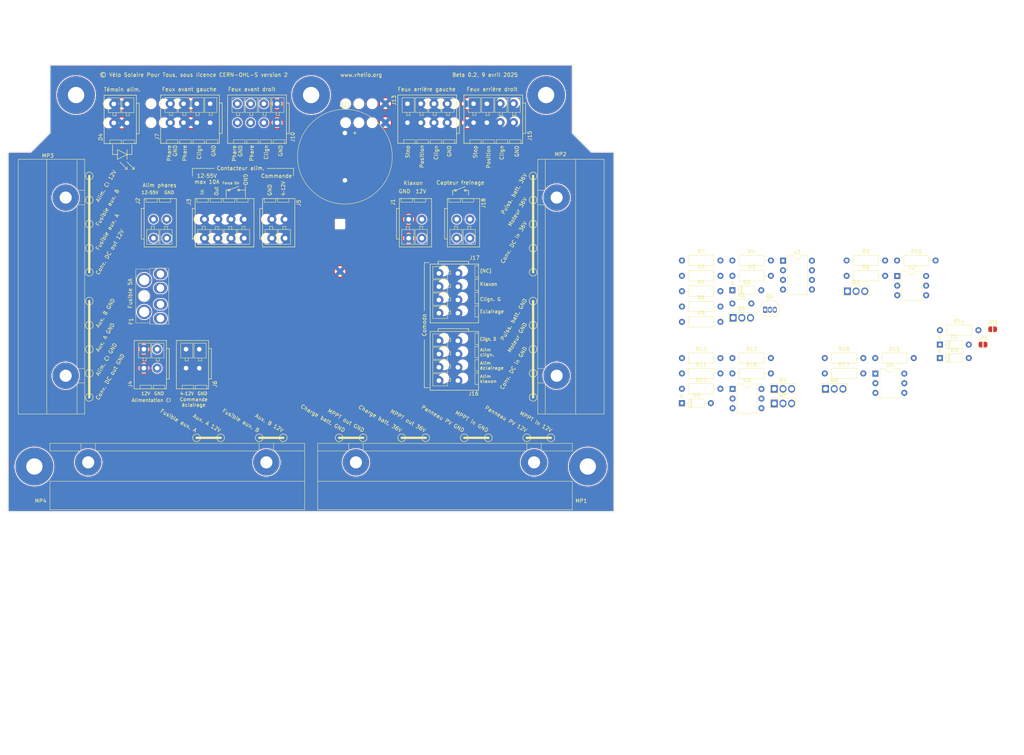
<source format=kicad_pcb>
(kicad_pcb (version 20211014) (generator pcbnew)

  (general
    (thickness 1.6)
  )

  (paper "A4")
  (layers
    (0 "F.Cu" signal)
    (31 "B.Cu" signal)
    (32 "B.Adhes" user "B.Adhesive")
    (33 "F.Adhes" user "F.Adhesive")
    (34 "B.Paste" user)
    (35 "F.Paste" user)
    (36 "B.SilkS" user "B.Silkscreen")
    (37 "F.SilkS" user "F.Silkscreen")
    (38 "B.Mask" user)
    (39 "F.Mask" user)
    (40 "Dwgs.User" user "User.Drawings")
    (41 "Cmts.User" user "User.Comments")
    (42 "Eco1.User" user "User.Eco1")
    (43 "Eco2.User" user "User.Eco2")
    (44 "Edge.Cuts" user)
    (45 "Margin" user)
    (46 "B.CrtYd" user "B.Courtyard")
    (47 "F.CrtYd" user "F.Courtyard")
    (48 "B.Fab" user)
    (49 "F.Fab" user)
    (50 "User.1" user)
    (51 "User.2" user)
    (52 "User.3" user)
    (53 "User.4" user)
    (54 "User.5" user)
    (55 "User.6" user)
    (56 "User.7" user)
    (57 "User.8" user)
    (58 "User.9" user)
  )

  (setup
    (stackup
      (layer "F.SilkS" (type "Top Silk Screen"))
      (layer "F.Paste" (type "Top Solder Paste"))
      (layer "F.Mask" (type "Top Solder Mask") (thickness 0.01))
      (layer "F.Cu" (type "copper") (thickness 0.035))
      (layer "dielectric 1" (type "core") (thickness 1.51) (material "FR4") (epsilon_r 4.5) (loss_tangent 0.02))
      (layer "B.Cu" (type "copper") (thickness 0.035))
      (layer "B.Mask" (type "Bottom Solder Mask") (thickness 0.01))
      (layer "B.Paste" (type "Bottom Solder Paste"))
      (layer "B.SilkS" (type "Bottom Silk Screen"))
      (copper_finish "None")
      (dielectric_constraints no)
    )
    (pad_to_mask_clearance 0)
    (pcbplotparams
      (layerselection 0x00010e0_ffffffff)
      (disableapertmacros false)
      (usegerberextensions false)
      (usegerberattributes true)
      (usegerberadvancedattributes true)
      (creategerberjobfile true)
      (svguseinch false)
      (svgprecision 6)
      (excludeedgelayer true)
      (plotframeref false)
      (viasonmask false)
      (mode 1)
      (useauxorigin false)
      (hpglpennumber 1)
      (hpglpenspeed 20)
      (hpglpendiameter 15.000000)
      (dxfpolygonmode true)
      (dxfimperialunits true)
      (dxfusepcbnewfont true)
      (psnegative false)
      (psa4output false)
      (plotreference true)
      (plotvalue true)
      (plotinvisibletext false)
      (sketchpadsonfab false)
      (subtractmaskfromsilk false)
      (outputformat 1)
      (mirror false)
      (drillshape 0)
      (scaleselection 1)
      (outputdirectory "")
    )
  )

  (net 0 "")
  (net 1 "GND")
  (net 2 "Net-(F1-Pad2)")
  (net 3 "Net-(D1-Pad2)")
  (net 4 "Net-(D3-Pad2)")
  (net 5 "/Phares")
  (net 6 "Net-(J13-Pad4)")
  (net 7 "Net-(J1-Pad2)")
  (net 8 "/Flasher/Out")
  (net 9 "unconnected-(J17-Pad1)")
  (net 10 "/12V_5A")
  (net 11 "/Flasher/Enable")
  (net 12 "/Contacteur Phares/Input")
  (net 13 "/Contacteur Phares/GND")
  (net 14 "/Contacteur Phares/Output")
  (net 15 "Net-(D4-Pad2)")
  (net 16 "/Conv12V_In.Vbatt")
  (net 17 "/Contacteur alim./Input")
  (net 18 "/Contacteur alim./SW_On")
  (net 19 "/Contacteur alim./GND")
  (net 20 "/Contacteur alim./Cmd_GND")
  (net 21 "/Contacteur alim./Cmd_On")
  (net 22 "/Contacteur Eclairage/Cmd_On")
  (net 23 "/Contacteur Eclairage/Cmd_GND")
  (net 24 "Net-(C1-Pad1)")
  (net 25 "Net-(D2-Pad1)")
  (net 26 "Net-(D5-Pad2)")
  (net 27 "Net-(Q1-Pad1)")
  (net 28 "Net-(Q2-Pad1)")
  (net 29 "Net-(Q2-Pad2)")
  (net 30 "Net-(Q2-Pad3)")
  (net 31 "Net-(Q3-Pad1)")
  (net 32 "Net-(Q4-Pad1)")
  (net 33 "Net-(Q5-Pad1)")
  (net 34 "Net-(Q6-Pad1)")
  (net 35 "Net-(R3-Pad1)")
  (net 36 "Net-(R9-Pad2)")
  (net 37 "Net-(R10-Pad1)")
  (net 38 "Net-(R13-Pad1)")
  (net 39 "Net-(R18-Pad2)")
  (net 40 "Net-(R19-Pad1)")
  (net 41 "unconnected-(U1-Pad5)")
  (net 42 "unconnected-(U2-Pad3)")
  (net 43 "unconnected-(U2-Pad6)")
  (net 44 "unconnected-(U3-Pad3)")
  (net 45 "unconnected-(U3-Pad6)")
  (net 46 "unconnected-(U4-Pad3)")
  (net 47 "unconnected-(U4-Pad6)")

  (footprint "circuit:Wago_221-500_SplicingConnectorHolder" (layer "F.Cu") (at 95.25 82.55 90))

  (footprint "circuit:MountingHole_5mm" (layer "F.Cu") (at 87 130))

  (footprint "circuit:Buzzer_25x16_12.5" (layer "F.Cu") (at 168.91 42.01 -90))

  (footprint "Resistor_THT:R_Axial_DIN0207_L6.3mm_D2.5mm_P10.16mm_Horizontal" (layer "F.Cu") (at 271.145 79.695))

  (footprint "circuit:TO-92L_Inline" (layer "F.Cu") (at 279.795 88.645))

  (footprint "circuit:TO-251-3_Vertical" (layer "F.Cu") (at 282.195 113.365))

  (footprint "circuit:Generic_FuseHolder_MINI" (layer "F.Cu") (at 120.26 79.215 -90))

  (footprint "Package_DIP:DIP-6_W7.62mm" (layer "F.Cu") (at 308.885 105.495))

  (footprint "Resistor_THT:R_Axial_DIN0207_L6.3mm_D2.5mm_P10.16mm_Horizontal" (layer "F.Cu") (at 257.835 101.395))

  (footprint "circuit:TerminalBlock_Wago_2601-3102_1x02_P3.50mm_Vertical" (layer "F.Cu") (at 119.38 104.06 180))

  (footprint "Resistor_THT:R_Axial_DIN0207_L6.3mm_D2.5mm_P10.16mm_Horizontal" (layer "F.Cu") (at 257.835 75.645))

  (footprint "circuit:MountingHole_5mm" (layer "F.Cu") (at 98 32))

  (footprint "circuit:TerminalBlock_Wago_2601-3104_1x04_P3.50mm_Vertical" (layer "F.Cu") (at 195.920004 39.29 180))

  (footprint "Diode_THT:D_DO-35_SOD27_P7.62mm_Horizontal" (layer "F.Cu") (at 325.895 101.385))

  (footprint "circuit:TerminalBlock_Wago_2601-3102_1x02_P3.50mm_Vertical" (layer "F.Cu") (at 111.450003 39.35 180))

  (footprint "circuit:TerminalBlock_Wago_2601-3104_1x04_P3.50mm_Vertical" (layer "F.Cu") (at 213.370004 39.29 180))

  (footprint "Resistor_THT:R_Axial_DIN0207_L6.3mm_D2.5mm_P10.16mm_Horizontal" (layer "F.Cu") (at 257.835 87.795))

  (footprint "Jumper:SolderJumper-2_P1.3mm_Open_RoundedPad1.0x1.5mm" (layer "F.Cu") (at 339.805 93.785))

  (footprint "circuit:MountingHole_5mm" (layer "F.Cu") (at 222 32))

  (footprint "circuit:TO-251-3_Vertical" (layer "F.Cu") (at 271.345 90.765))

  (footprint "circuit:TerminalBlock_Wago_2601-3104_1x04_P3.50mm_Vertical" (layer "F.Cu") (at 133.35 39.29 180))

  (footprint "circuit:TerminalBlock_Wago_2601-3102_1x02_P3.50mm_Vertical" (layer "F.Cu") (at 149.65 64.77))

  (footprint "circuit:TerminalBlock_Wago_2601-3104_1x04_P3.50mm_Vertical" (layer "F.Cu") (at 198.7161 96.829996 -90))

  (footprint "circuit:TerminalBlock_Wago_2601-3104_1x04_P3.50mm_Vertical" (layer "F.Cu") (at 131.87 64.77))

  (footprint "Resistor_THT:R_Axial_DIN0207_L6.3mm_D2.5mm_P10.16mm_Horizontal" (layer "F.Cu") (at 308.835 101.395))

  (footprint "Resistor_THT:R_Axial_DIN0207_L6.3mm_D2.5mm_P10.16mm_Horizontal" (layer "F.Cu") (at 271.145 75.645))

  (footprint "circuit:TO-251-3_Vertical" (layer "F.Cu") (at 301.485 83.765))

  (footprint "Diode_THT:D_DO-35_SOD27_P7.62mm_Horizontal" (layer "F.Cu") (at 271.145 83.495))

  (footprint "circuit:Wago_221-500_SplicingConnectorHolder" (layer "F.Cu") (at 224.79 82.55 -90))

  (footprint "Resistor_THT:R_Axial_DIN0207_L6.3mm_D2.5mm_P10.16mm_Horizontal" (layer "F.Cu") (at 314.595 75.645))

  (footprint "Resistor_THT:R_Axial_DIN0207_L6.3mm_D2.5mm_P10.16mm_Horizontal" (layer "F.Cu") (at 257.835 105.445))

  (footprint "Resistor_THT:R_Axial_DIN0207_L6.3mm_D2.5mm_P10.16mm_Horizontal" (layer "F.Cu") (at 301.285 75.645))

  (footprint "circuit:MountingHole_5mm" (layer "F.Cu") (at 160 32))

  (footprint "Resistor_THT:R_Axial_DIN0207_L6.3mm_D2.5mm_P10.16mm_Horizontal" (layer "F.Cu") (at 257.835 79.695))

  (footprint "Package_DIP:DIP-8_W7.62mm" (layer "F.Cu") (at 284.505 75.695))

  (footprint "Resistor_THT:R_Axial_DIN0207_L6.3mm_D2.5mm_P10.16mm_Horizontal" (layer "F.Cu") (at 271.145 101.395))

  (footprint "Package_DIP:DIP-6_W7.62mm" (layer "F.Cu") (at 314.645 79.745))

  (footprint "Resistor_THT:R_Axial_DIN0207_L6.3mm_D2.5mm_P10.16mm_Horizontal" (layer "F.Cu") (at 295.525 105.445))

  (footprint "Resistor_THT:R_Axial_DIN0207_L6.3mm_D2.5mm_P10.16mm_Horizontal" (layer "F.Cu")
    (tedit 5AE5139B) (tstamp b9a203bc-3fe9-4151-8964-c6a31538cbfd)
    (at 301.285 79.695)
    (descr "Resistor, Axial_DIN0207 series, Axial, Horizontal, pin pitch=10.16mm, 0.25W = 1/4W, length*diameter=6.3*2.5mm^2, http://cdn-reichelt.de/documents/datenblatt/B400/1_4W%23YAG.pdf")
    (tags "Resistor Axial_DIN0207 series Axial Horizontal pin pitch 10.16mm 0.25W = 1/4W length 6.3mm diameter 2.5mm")
    (property "Sheetfile" "Contacteur_55V_6A.kicad_sch")
    (property "Sheetname" "Contacteur Phares")
    (path "/3d8d46f1-b13a-4c20-b0bc-9fecb2c4cf4e/6675092b-ec05-479d-8cc1-cd407d0be4f3")
    (attr through_hole)
    (fp_text reference "R8" (at 5.08 -2.37) (layer "F.SilkS")
      (effects (font (size 1 1) (thickness 0.15)))
      (tstamp 2c87fec0-4852-4243-8567-f9eeca66a91e)
    )
    (fp_text value "4.7K" (at 5.08 2.37) (layer "F.Fab")
      (effects (font (size 1 1) (thickness 0.15)))
      (tstamp e55fb2c2-a82c-4afa-ac59-22df421d8d69)
    )
    (fp_text user "${REFERENCE}" (at 5.08 0) (layer "F.Fab")
      (effects (font (size 1 1) (thickness 0.15)))
      (tstamp 4512d01c-e7d7-4901-a270-282c941551fe)
    )
    (fp_line (start 1.81 -1.37) (end 1.81 1.37) (layer "F.SilkS") (width 0.12) (tstamp 0bb99340-cf97-442c-912b-53f62349ec91))
    (fp_line (start 8.35 1.37) (end 8.35 -1.37) (layer "F.SilkS") (width 0.12) 
... [974080 chars truncated]
</source>
